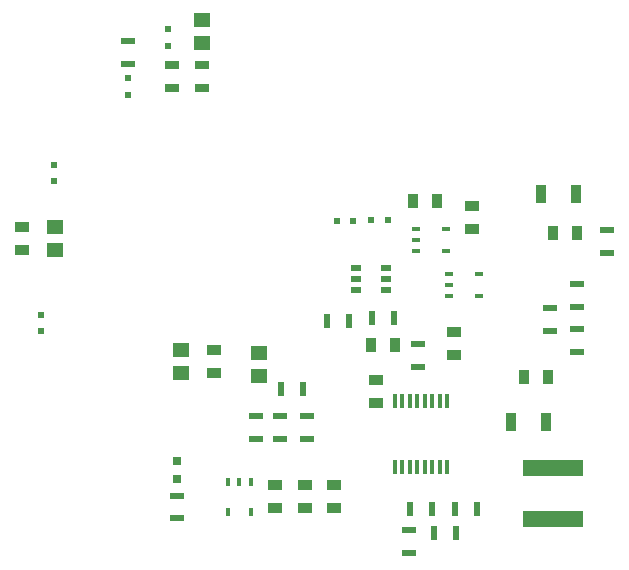
<source format=gtp>
G04 #@! TF.FileFunction,Paste,Top*
%FSLAX45Y45*%
G04 Gerber Fmt 4.5, Leading zero omitted, Abs format (unit mm)*
G04 Created by KiCad (PCBNEW 4.0.4-1.fc24-product) date Wed Oct 18 11:24:51 2017*
%MOMM*%
%LPD*%
G01*
G04 APERTURE LIST*
%ADD10C,0.150000*%
%ADD11R,0.300000X1.300000*%
%ADD12R,0.408000X0.662000*%
%ADD13R,0.900760X0.601040*%
%ADD14R,0.662000X0.408000*%
%ADD15R,1.297000X0.789000*%
%ADD16R,1.398600X1.200480*%
%ADD17R,5.200980X1.401140*%
%ADD18R,1.150000X0.900000*%
%ADD19R,0.900000X1.500000*%
%ADD20R,0.900000X1.150000*%
%ADD21R,0.697560X0.697560*%
%ADD22R,1.200000X0.600000*%
%ADD23R,0.600000X1.200000*%
%ADD24R,0.600000X0.500000*%
%ADD25R,0.500000X0.600000*%
G04 APERTURE END LIST*
D10*
D11*
X7740650Y-9271600D03*
X7804150Y-9271600D03*
X7867650Y-9271600D03*
X7931150Y-9271600D03*
X7550150Y-8711600D03*
X7550150Y-9271600D03*
X7613650Y-9271600D03*
X7677150Y-9271600D03*
X7994650Y-8711600D03*
X7931150Y-8711600D03*
X7867650Y-8711600D03*
X7804150Y-8711600D03*
X7740650Y-8711600D03*
X7677150Y-8711600D03*
X7994650Y-9271600D03*
X7613650Y-8711600D03*
D12*
X6330950Y-9398000D03*
X6140450Y-9398000D03*
X6330950Y-9652000D03*
X6235700Y-9398000D03*
X6140450Y-9652000D03*
D13*
X7226300Y-7778750D03*
X7226300Y-7683500D03*
X7226300Y-7588250D03*
X7480300Y-7588250D03*
X7480300Y-7683500D03*
X7480300Y-7778750D03*
D14*
X8013700Y-7639050D03*
X8013700Y-7829550D03*
X8267700Y-7639050D03*
X8013700Y-7734300D03*
X8267700Y-7829550D03*
X7734300Y-7258050D03*
X7734300Y-7448550D03*
X7988300Y-7258050D03*
X7734300Y-7353300D03*
X7988300Y-7448550D03*
D15*
X5918200Y-5873750D03*
X5918200Y-6064250D03*
X5664200Y-6064250D03*
X5664200Y-5873750D03*
D16*
X5918200Y-5683250D03*
X5918200Y-5492750D03*
X5740400Y-8477250D03*
X5740400Y-8286750D03*
X4673600Y-7435850D03*
X4673600Y-7245350D03*
X6400800Y-8502650D03*
X6400800Y-8312150D03*
D17*
X8890000Y-9715500D03*
X8890000Y-9283700D03*
D18*
X6019800Y-8482000D03*
X6019800Y-8282000D03*
D19*
X8836800Y-8890000D03*
X8536800Y-8890000D03*
X9090800Y-6959600D03*
X8790800Y-6959600D03*
D18*
X4394200Y-7240600D03*
X4394200Y-7440600D03*
D20*
X8850300Y-8509000D03*
X8650300Y-8509000D03*
X9091600Y-7289800D03*
X8891600Y-7289800D03*
X7710500Y-7023100D03*
X7910500Y-7023100D03*
D18*
X6540500Y-9425000D03*
X6540500Y-9625000D03*
X8051800Y-8129600D03*
X8051800Y-8329600D03*
X7391400Y-8736000D03*
X7391400Y-8536000D03*
X6794500Y-9425000D03*
X6794500Y-9625000D03*
X7035800Y-9425000D03*
X7035800Y-9625000D03*
X8204200Y-7262800D03*
X8204200Y-7062800D03*
D20*
X7354900Y-8242300D03*
X7554900Y-8242300D03*
D21*
X5712460Y-9224010D03*
X5712460Y-9373870D03*
D22*
X6375400Y-9035800D03*
X6375400Y-8845800D03*
X9347200Y-7461000D03*
X9347200Y-7271000D03*
D23*
X8070600Y-9829800D03*
X7880600Y-9829800D03*
D22*
X7670800Y-9811000D03*
X7670800Y-10001000D03*
D23*
X7867400Y-9626600D03*
X7677400Y-9626600D03*
X8248400Y-9626600D03*
X8058400Y-9626600D03*
D22*
X6578600Y-8845800D03*
X6578600Y-9035800D03*
D23*
X6775200Y-8610600D03*
X6585200Y-8610600D03*
D22*
X6807200Y-9035800D03*
X6807200Y-8845800D03*
D23*
X7359900Y-8013700D03*
X7549900Y-8013700D03*
D22*
X9093200Y-8109200D03*
X9093200Y-8299200D03*
X8864600Y-7931400D03*
X8864600Y-8121400D03*
X9093200Y-7728200D03*
X9093200Y-7918200D03*
X7747000Y-8426200D03*
X7747000Y-8236200D03*
D23*
X6978900Y-8039100D03*
X7168900Y-8039100D03*
D22*
X5292090Y-5670800D03*
X5292090Y-5860800D03*
X5712460Y-9709920D03*
X5712460Y-9519920D03*
D24*
X5631180Y-5707680D03*
X5631180Y-5567680D03*
D25*
X7202320Y-7193280D03*
X7062320Y-7193280D03*
X7493300Y-7185660D03*
X7353300Y-7185660D03*
D24*
X5295900Y-6121550D03*
X5295900Y-5981550D03*
X4559300Y-7984340D03*
X4559300Y-8124340D03*
X4671060Y-6713220D03*
X4671060Y-6853220D03*
M02*

</source>
